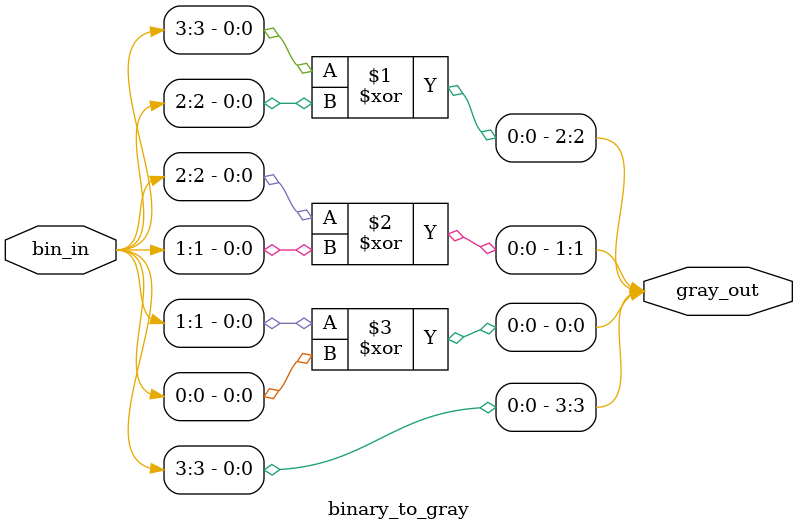
<source format=v>
module binary_to_gray(
    input [3:0] bin_in,
    output [3:0] gray_out
);

    assign gray_out[3] = bin_in[3];
    assign gray_out[2] = bin_in[3] ^ bin_in[2];
    assign gray_out[1] = bin_in[2] ^ bin_in[1];
    assign gray_out[0] = bin_in[1] ^ bin_in[0];

endmodule
</source>
